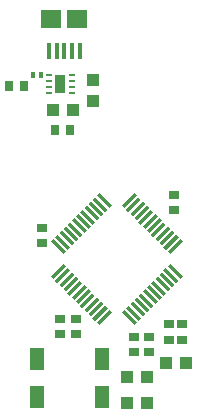
<source format=gtp>
G75*
%MOIN*%
%OFA0B0*%
%FSLAX25Y25*%
%IPPOS*%
%LPD*%
%AMOC8*
5,1,8,0,0,1.08239X$1,22.5*
%
%ADD10R,0.01181X0.05906*%
%ADD11R,0.05906X0.01181*%
%ADD12R,0.04331X0.03937*%
%ADD13R,0.05118X0.07480*%
%ADD14R,0.03543X0.02756*%
%ADD15R,0.01575X0.05315*%
%ADD16R,0.06890X0.06102*%
%ADD17R,0.01969X0.01102*%
%ADD18R,0.03543X0.06299*%
%ADD19R,0.02756X0.03543*%
%ADD20R,0.03937X0.04331*%
%ADD21R,0.01181X0.02165*%
D10*
G36*
X0037718Y0062906D02*
X0036883Y0062071D01*
X0032708Y0066246D01*
X0033543Y0067081D01*
X0037718Y0062906D01*
G37*
G36*
X0039110Y0064298D02*
X0038275Y0063463D01*
X0034100Y0067638D01*
X0034935Y0068473D01*
X0039110Y0064298D01*
G37*
G36*
X0040502Y0065690D02*
X0039667Y0064855D01*
X0035492Y0069030D01*
X0036327Y0069865D01*
X0040502Y0065690D01*
G37*
G36*
X0041894Y0067082D02*
X0041059Y0066247D01*
X0036884Y0070422D01*
X0037719Y0071257D01*
X0041894Y0067082D01*
G37*
G36*
X0043286Y0068474D02*
X0042451Y0067639D01*
X0038276Y0071814D01*
X0039111Y0072649D01*
X0043286Y0068474D01*
G37*
G36*
X0044678Y0069866D02*
X0043843Y0069031D01*
X0039668Y0073206D01*
X0040503Y0074041D01*
X0044678Y0069866D01*
G37*
G36*
X0046069Y0071257D02*
X0045234Y0070422D01*
X0041059Y0074597D01*
X0041894Y0075432D01*
X0046069Y0071257D01*
G37*
G36*
X0047461Y0072649D02*
X0046626Y0071814D01*
X0042451Y0075989D01*
X0043286Y0076824D01*
X0047461Y0072649D01*
G37*
G36*
X0048853Y0074041D02*
X0048018Y0073206D01*
X0043843Y0077381D01*
X0044678Y0078216D01*
X0048853Y0074041D01*
G37*
G36*
X0050245Y0075433D02*
X0049410Y0074598D01*
X0045235Y0078773D01*
X0046070Y0079608D01*
X0050245Y0075433D01*
G37*
G36*
X0051637Y0076825D02*
X0050802Y0075990D01*
X0046627Y0080165D01*
X0047462Y0081000D01*
X0051637Y0076825D01*
G37*
G36*
X0053029Y0078217D02*
X0052194Y0077382D01*
X0048019Y0081557D01*
X0048854Y0082392D01*
X0053029Y0078217D01*
G37*
G36*
X0072516Y0050378D02*
X0071681Y0049543D01*
X0067506Y0053718D01*
X0068341Y0054553D01*
X0072516Y0050378D01*
G37*
G36*
X0073908Y0051770D02*
X0073073Y0050935D01*
X0068898Y0055110D01*
X0069733Y0055945D01*
X0073908Y0051770D01*
G37*
G36*
X0075300Y0053162D02*
X0074465Y0052327D01*
X0070290Y0056502D01*
X0071125Y0057337D01*
X0075300Y0053162D01*
G37*
G36*
X0076692Y0054554D02*
X0075857Y0053719D01*
X0071682Y0057894D01*
X0072517Y0058729D01*
X0076692Y0054554D01*
G37*
G36*
X0071124Y0048986D02*
X0070289Y0048151D01*
X0066114Y0052326D01*
X0066949Y0053161D01*
X0071124Y0048986D01*
G37*
G36*
X0069732Y0047594D02*
X0068897Y0046759D01*
X0064722Y0050934D01*
X0065557Y0051769D01*
X0069732Y0047594D01*
G37*
G36*
X0068341Y0046203D02*
X0067506Y0045368D01*
X0063331Y0049543D01*
X0064166Y0050378D01*
X0068341Y0046203D01*
G37*
G36*
X0066949Y0044811D02*
X0066114Y0043976D01*
X0061939Y0048151D01*
X0062774Y0048986D01*
X0066949Y0044811D01*
G37*
G36*
X0065557Y0043419D02*
X0064722Y0042584D01*
X0060547Y0046759D01*
X0061382Y0047594D01*
X0065557Y0043419D01*
G37*
G36*
X0064165Y0042027D02*
X0063330Y0041192D01*
X0059155Y0045367D01*
X0059990Y0046202D01*
X0064165Y0042027D01*
G37*
G36*
X0062773Y0040635D02*
X0061938Y0039800D01*
X0057763Y0043975D01*
X0058598Y0044810D01*
X0062773Y0040635D01*
G37*
G36*
X0061381Y0039243D02*
X0060546Y0038408D01*
X0056371Y0042583D01*
X0057206Y0043418D01*
X0061381Y0039243D01*
G37*
D11*
G36*
X0053029Y0042583D02*
X0048854Y0038408D01*
X0048019Y0039243D01*
X0052194Y0043418D01*
X0053029Y0042583D01*
G37*
G36*
X0051637Y0043975D02*
X0047462Y0039800D01*
X0046627Y0040635D01*
X0050802Y0044810D01*
X0051637Y0043975D01*
G37*
G36*
X0050245Y0045367D02*
X0046070Y0041192D01*
X0045235Y0042027D01*
X0049410Y0046202D01*
X0050245Y0045367D01*
G37*
G36*
X0048853Y0046759D02*
X0044678Y0042584D01*
X0043843Y0043419D01*
X0048018Y0047594D01*
X0048853Y0046759D01*
G37*
G36*
X0047461Y0048151D02*
X0043286Y0043976D01*
X0042451Y0044811D01*
X0046626Y0048986D01*
X0047461Y0048151D01*
G37*
G36*
X0046069Y0049543D02*
X0041894Y0045368D01*
X0041059Y0046203D01*
X0045234Y0050378D01*
X0046069Y0049543D01*
G37*
G36*
X0044678Y0050934D02*
X0040503Y0046759D01*
X0039668Y0047594D01*
X0043843Y0051769D01*
X0044678Y0050934D01*
G37*
G36*
X0043286Y0052326D02*
X0039111Y0048151D01*
X0038276Y0048986D01*
X0042451Y0053161D01*
X0043286Y0052326D01*
G37*
G36*
X0041894Y0053718D02*
X0037719Y0049543D01*
X0036884Y0050378D01*
X0041059Y0054553D01*
X0041894Y0053718D01*
G37*
G36*
X0040502Y0055110D02*
X0036327Y0050935D01*
X0035492Y0051770D01*
X0039667Y0055945D01*
X0040502Y0055110D01*
G37*
G36*
X0039110Y0056502D02*
X0034935Y0052327D01*
X0034100Y0053162D01*
X0038275Y0057337D01*
X0039110Y0056502D01*
G37*
G36*
X0037718Y0057894D02*
X0033543Y0053719D01*
X0032708Y0054554D01*
X0036883Y0058729D01*
X0037718Y0057894D01*
G37*
G36*
X0061381Y0081557D02*
X0057206Y0077382D01*
X0056371Y0078217D01*
X0060546Y0082392D01*
X0061381Y0081557D01*
G37*
G36*
X0062773Y0080165D02*
X0058598Y0075990D01*
X0057763Y0076825D01*
X0061938Y0081000D01*
X0062773Y0080165D01*
G37*
G36*
X0064165Y0078773D02*
X0059990Y0074598D01*
X0059155Y0075433D01*
X0063330Y0079608D01*
X0064165Y0078773D01*
G37*
G36*
X0065557Y0077381D02*
X0061382Y0073206D01*
X0060547Y0074041D01*
X0064722Y0078216D01*
X0065557Y0077381D01*
G37*
G36*
X0066949Y0075989D02*
X0062774Y0071814D01*
X0061939Y0072649D01*
X0066114Y0076824D01*
X0066949Y0075989D01*
G37*
G36*
X0068341Y0074597D02*
X0064166Y0070422D01*
X0063331Y0071257D01*
X0067506Y0075432D01*
X0068341Y0074597D01*
G37*
G36*
X0069732Y0073206D02*
X0065557Y0069031D01*
X0064722Y0069866D01*
X0068897Y0074041D01*
X0069732Y0073206D01*
G37*
G36*
X0071124Y0071814D02*
X0066949Y0067639D01*
X0066114Y0068474D01*
X0070289Y0072649D01*
X0071124Y0071814D01*
G37*
G36*
X0072516Y0070422D02*
X0068341Y0066247D01*
X0067506Y0067082D01*
X0071681Y0071257D01*
X0072516Y0070422D01*
G37*
G36*
X0073908Y0069030D02*
X0069733Y0064855D01*
X0068898Y0065690D01*
X0073073Y0069865D01*
X0073908Y0069030D01*
G37*
G36*
X0075300Y0067638D02*
X0071125Y0063463D01*
X0070290Y0064298D01*
X0074465Y0068473D01*
X0075300Y0067638D01*
G37*
G36*
X0076692Y0066246D02*
X0072517Y0062071D01*
X0071682Y0062906D01*
X0075857Y0067081D01*
X0076692Y0066246D01*
G37*
D12*
X0077746Y0025700D03*
X0071054Y0025700D03*
X0064946Y0021000D03*
X0064946Y0012300D03*
X0058254Y0012300D03*
X0058254Y0021000D03*
X0040046Y0109900D03*
X0033354Y0109900D03*
D13*
X0028173Y0014501D03*
X0028173Y0027099D03*
X0049827Y0027099D03*
X0049827Y0014501D03*
D14*
X0060300Y0029241D03*
X0060300Y0034359D03*
X0065500Y0034359D03*
X0065500Y0029241D03*
X0072000Y0033441D03*
X0072000Y0038559D03*
X0076500Y0038559D03*
X0076500Y0033441D03*
X0073900Y0076641D03*
X0073900Y0081759D03*
X0041000Y0040459D03*
X0041000Y0035341D03*
X0035900Y0035341D03*
X0035900Y0040459D03*
X0029800Y0065641D03*
X0029800Y0070759D03*
D15*
X0032082Y0129770D03*
X0034641Y0129770D03*
X0037200Y0129770D03*
X0039759Y0129770D03*
X0042318Y0129770D03*
D16*
X0041629Y0140400D03*
X0032771Y0140400D03*
D17*
X0032200Y0121700D03*
X0032200Y0119731D03*
X0032200Y0117763D03*
X0032200Y0115794D03*
X0039680Y0115794D03*
X0039680Y0117763D03*
X0039680Y0119731D03*
X0039680Y0121700D03*
D18*
X0035940Y0118747D03*
D19*
X0034141Y0103500D03*
X0039259Y0103500D03*
X0023859Y0118000D03*
X0018741Y0118000D03*
D20*
X0046800Y0119846D03*
X0046800Y0113154D03*
D21*
X0029459Y0121800D03*
X0026900Y0121800D03*
M02*

</source>
